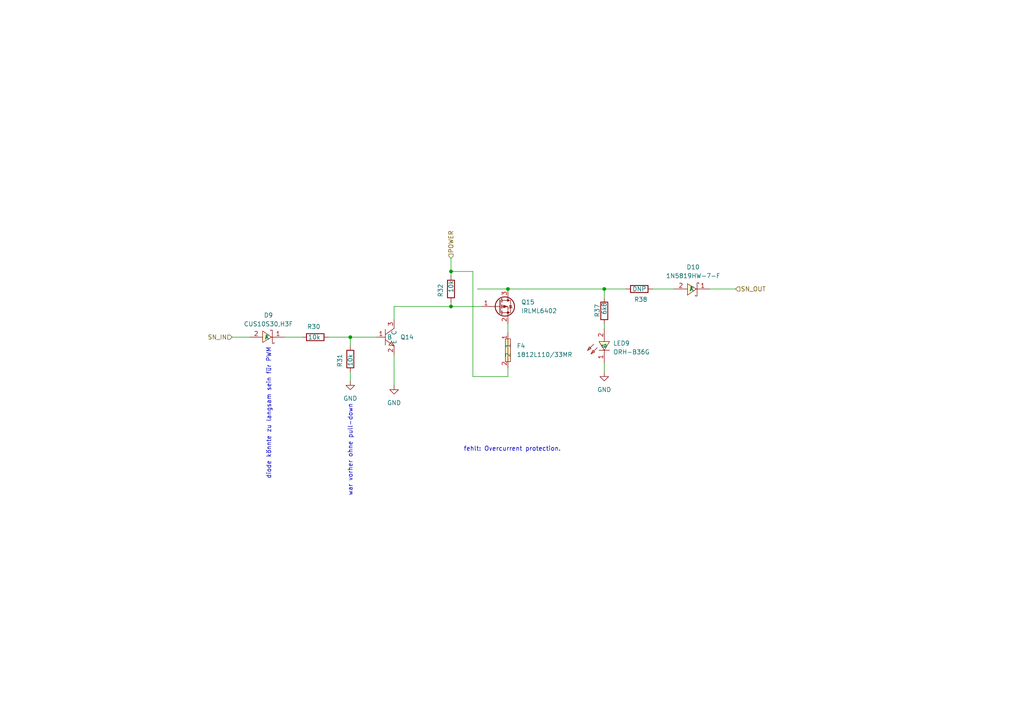
<source format=kicad_sch>
(kicad_sch (version 20250114) (generator "eeschema") (generator_version "9.0")
  (paper "A4")
  (lib_symbols
    (symbol "Device:R" (pin_numbers (hide yes)) (pin_names (offset 0))
      (property "Reference" "R" (at 2.032 0 90))
      (property "Value" "R" (at 0 0 90))
      (symbol "R_0_1"
        (rectangle (start -1.016 -2.54) (end 1.016 2.54) (stroke (width 0.254)))
      )
      (symbol "R_1_1"
        (pin passive line (at 0 3.81 270) (length 1.27) (name "~") (number "1"))
        (pin passive line (at 0 -3.81 90) (length 1.27) (name "~") (number "2"))
      )
    )
    (symbol "GND_1" (power) (pin_numbers (hide yes)) (pin_names (offset 0) (hide yes))
      (property "Value" "GND" (at 0 -3.81 0))
      (symbol "GND_1_0_1"
        (polyline (pts (xy 0 0) (xy 0 -1.27) (xy 1.27 -1.27) (xy 0 -2.54) (xy -1.27 -1.27) (xy 0 -1.27)))
      )
      (symbol "GND_1_1_1"
        (pin power_in line (at 0 0 270) (length 0) (name "~") (number "1"))
      )
    )
    (symbol "Transistor_FET:IRLML6402" (pin_names (hide yes))
      (property "Reference" "Q" (at 5.08 1.905 0))
      (property "Value" "IRLML6402" (at 5.08 0 0))
      (symbol "IRLML6402_0_1"
        (polyline (pts (xy 0.254 1.905) (xy 0.254 -1.905)) (stroke (width 0.254)))
        (polyline (pts (xy 0.254 0) (xy -2.54 0)))
        (polyline (pts (xy 0.762 2.286) (xy 0.762 1.27)) (stroke (width 0.254)))
        (polyline (pts (xy 0.762 1.778) (xy 3.302 1.778) (xy 3.302 -1.778) (xy 0.762 -1.778)))
        (polyline (pts (xy 0.762 0.508) (xy 0.762 -0.508)) (stroke (width 0.254)))
        (polyline (pts (xy 0.762 -1.27) (xy 0.762 -2.286)) (stroke (width 0.254)))
        (circle (center 1.651 0) (radius 2.794) (stroke (width 0.254)))
        (polyline (pts (xy 2.286 0) (xy 1.27 0.381) (xy 1.27 -0.381) (xy 2.286 0)) (fill (type outline)))
        (polyline (pts (xy 2.54 2.54) (xy 2.54 1.778)))
        (circle (center 2.54 1.778) (radius 0.254) (fill (type outline)))
        (circle (center 2.54 -1.778) (radius 0.254) (fill (type outline)))
        (polyline (pts (xy 2.54 -2.54) (xy 2.54 0) (xy 0.762 0)))
        (polyline (pts (xy 2.794 -0.508) (xy 2.921 -0.381) (xy 3.683 -0.381) (xy 3.81 -0.254)))
        (polyline (pts (xy 3.302 -0.381) (xy 2.921 0.254) (xy 3.683 0.254) (xy 3.302 -0.381)))
      )
      (symbol "IRLML6402_1_1"
        (pin input line (at -5.08 0 0) (length 2.54) (name "G") (number "1"))
        (pin passive line (at 2.54 5.08 270) (length 2.54) (name "D") (number "3"))
        (pin passive line (at 2.54 -5.08 90) (length 2.54) (name "S") (number "2"))
      )
    )
    (symbol "lcsc:1812L110_33MR"
      (property "Reference" "F" (at 0 5.08 0))
      (property "Value" "1812L110/33MR" (at 0 -5.08 0))
      (symbol "1812L110_33MR_0_1"
        (rectangle (start -3.3 0.76) (end 3.3 -0.76) (fill (type background)))
        (polyline (pts (xy -2.54 0) (xy 2.54 0)))
        (pin unspecified line (at -5.08 0 0) (length 2.54) (name "1") (number "1"))
        (pin unspecified line (at 5.08 0 180) (length 2.54) (name "2") (number "2"))
      )
    )
    (symbol "lcsc:1N5819HW-7-F"
      (property "Reference" "D" (at 0 5.08 0))
      (property "Value" "1N5819HW-7-F" (at 0 -5.08 0))
      (symbol "1N5819HW-7-F_0_1"
        (polyline (pts (xy -2.03 -1.52) (xy -2.03 -1.78) (xy -1.52 -1.78) (xy -1.52 2.03) (xy -1.02 2.03) (xy -1.02 1.78)))
        (polyline (pts (xy 1.27 -1.52) (xy -1.27 0) (xy 1.27 1.78) (xy 1.27 -1.52)) (fill (type background)))
        (pin unspecified line (at -5.08 0 0) (length 3.81) (name "K") (number "1"))
        (pin unspecified line (at 5.08 0 180) (length 3.81) (name "A") (number "2"))
      )
    )
    (symbol "lcsc:2SC1623300-400"
      (property "Reference" "Q" (at 0 10.16 0))
      (property "Value" "2SC1623 300-400" (at 0 -10.16 0))
      (symbol "2SC1623300-400_0_1"
        (polyline (pts (xy 0 2.29) (xy 0 -2.29)))
        (polyline (pts (xy 0 -0.76) (xy 2.54 -2.54)))
        (polyline (pts (xy 2.54 2.54) (xy 0 0.76)))
        (polyline (pts (xy 2.54 -2.54) (xy 1.78 -1.27) (xy 1.02 -2.29) (xy 2.54 -2.54)) (fill (type background)))
        (pin unspecified line (at -2.54 0 0) (length 2.54) (name "B") (number "1"))
        (pin unspecified line (at 2.54 5.08 270) (length 2.54) (name "C") (number "3"))
        (pin unspecified line (at 2.54 -5.08 90) (length 2.54) (name "E") (number "2"))
      )
    )
    (symbol "lcsc:CUS10S30,H3F"
      (property "Reference" "D" (at 0 5.08 0))
      (property "Value" "CUS10S30,H3F" (at 0 -5.08 0))
      (symbol "CUS10S30,H3F_0_1"
        (polyline (pts (xy -2.03 1.52) (xy -2.03 1.78) (xy -1.52 1.78) (xy -1.52 -2.03) (xy -1.02 -2.03) (xy -1.02 -1.78)))
        (polyline (pts (xy 1.27 1.52) (xy -1.27 0) (xy 1.27 -1.78) (xy 1.27 1.52)) (fill (type background)))
        (pin unspecified line (at -5.08 0 0) (length 3.81) (name "K") (number "1"))
        (pin unspecified line (at 5.08 0 180) (length 3.81) (name "A") (number "2"))
      )
    )
    (symbol "lcsc:ORH-B36G"
      (property "Reference" "LED" (at 0 2.54 0))
      (property "Value" "ORH-B36G" (at 0 -7.62 0))
      (symbol "ORH-B36G_0_1"
        (polyline (pts (xy -2.29 1.27) (xy -1.27 0.76) (xy -1.78 0.25) (xy -2.29 1.27)) (fill (type background)))
        (polyline (pts (xy -1.27 2.29) (xy -0.25 1.78) (xy -0.76 1.27) (xy -1.27 2.29)) (fill (type background)))
        (polyline (pts (xy -1.27 -1.02) (xy -1.27 -4.06)))
        (polyline (pts (xy -0.51 -0.51) (xy -2.29 1.27)))
        (polyline (pts (xy 0.51 0.51) (xy -1.27 2.29)))
        (polyline (pts (xy 1.27 -4.06) (xy -1.27 -2.54) (xy 1.27 -1.02) (xy 1.27 -4.06)) (fill (type background)))
        (pin input line (at -5.08 -2.54 0) (length 3.81) (name "C") (number "1"))
        (pin input line (at 5.08 -2.54 180) (length 3.81) (name "A") (number "2"))
      )
    )
  )
  (text "diode könnte zu langsam sein für PWM" (at 77.978 119.888 90) (effects (font (size 1.27 1.27))))
  (text "fehlt: Overcurrent protection." (at 148.59 130.302 0) (effects (font (size 1.27 1.27))))
  (text "war vorher ohne pull-down" (at 101.6 130.556 90) (effects (font (size 1.27 1.27))))
  (junction (at 175.26 83.82))
  (junction (at 130.81 78.74))
  (junction (at 130.81 88.9))
  (junction (at 147.32 83.82))
  (junction (at 101.6 97.79))
  (wire (pts (xy 130.81 88.9) (xy 139.7 88.9)))
  (wire (pts (xy 114.3 88.9) (xy 130.81 88.9)))
  (wire (pts (xy 82.55 97.79) (xy 87.63 97.79)))
  (wire (pts (xy 101.6 97.79) (xy 109.22 97.79)))
  (wire (pts (xy 175.26 95.25) (xy 175.26 93.98)))
  (wire (pts (xy 95.25 97.79) (xy 101.6 97.79)))
  (wire (pts (xy 147.32 93.98) (xy 147.32 96.52)))
  (wire (pts (xy 138.43 83.82) (xy 147.32 83.82)))
  (wire (pts (xy 101.6 100.33) (xy 101.6 97.79)))
  (wire (pts (xy 101.6 110.49) (xy 101.6 107.95)))
  (wire (pts (xy 189.23 83.82) (xy 195.58 83.82)))
  (wire (pts (xy 175.26 83.82) (xy 181.61 83.82)))
  (wire (pts (xy 205.74 83.82) (xy 213.36 83.82)))
  (wire (pts (xy 67.31 97.79) (xy 72.39 97.79)))
  (wire (pts (xy 130.81 78.74) (xy 137.16 78.74)))
  (wire (pts (xy 137.16 109.22) (xy 147.32 109.22)))
  (wire (pts (xy 130.81 74.93) (xy 130.81 78.74)))
  (wire (pts (xy 175.26 107.95) (xy 175.26 105.41)))
  (wire (pts (xy 175.26 86.36) (xy 175.26 83.82)))
  (wire (pts (xy 130.81 87.63) (xy 130.81 88.9)))
  (wire (pts (xy 114.3 102.87) (xy 114.3 111.76)))
  (wire (pts (xy 147.32 83.82) (xy 175.26 83.82)))
  (wire (pts (xy 137.16 109.22) (xy 137.16 78.74)))
  (wire (pts (xy 130.81 78.74) (xy 130.81 80.01)))
  (wire (pts (xy 114.3 92.71) (xy 114.3 88.9)))
  (wire (pts (xy 147.32 106.68) (xy 147.32 109.22)))
  (hierarchical_label "SN_OUT" (shape input) (at 213.36 83.82 0))
  (hierarchical_label "SN_IN" (shape input) (at 67.31 97.79 180))
  (hierarchical_label "POWER" (shape input) (at 130.81 74.93 90))
  (symbol (lib_id "lcsc:ORH-B36G") (at 172.72 100.33 90) (unit 1)
    (property "Reference" "LED6" (at 177.8 99.5699 90) (effects (justify right)))
    (property "Value" "ORH-B36G" (at 177.8 102.1099 90) (effects (justify right)))
    (property "Footprint" "lcsc:LED0603-RD" (effects (hide yes)))
    (property "Datasheet" "https://lcsc.com/product-detail/Others_Orient-ORH-B36G_C193191.html" (effects (hide yes)))
    (property "LCSC Part" "C193191" (effects (hide yes)))
    (instances (project "espio" (path "" (reference "LED9") (unit 1)) (path "" (reference "LED6") (unit 1)) (path "" (reference "LED8") (unit 1)) (path "" (reference "LED7") (unit 1))))
  )
  (symbol (lib_id "Device:R") (at 175.26 90.17 180) (unit 1)
    (property "Reference" "R6" (at 173.228 88.138 90) (effects (justify left)))
    (property "Value" "6k8" (at 175.26 87.63 90) (effects (justify left)))
    (property "Footprint" "Resistor_SMD:R_0603_1608Metric" (effects (hide yes)))
    (instances (project "espio" (path "" (reference "R37") (unit 1)) (path "" (reference "R6") (unit 1)) (path "" (reference "R20") (unit 1)) (path "" (reference "R11") (unit 1))))
  )
  (symbol (lib_id "Device:R") (at 185.42 83.82 270) (unit 1)
    (property "Reference" "R7" (at 183.896 86.868 90) (effects (justify left)))
    (property "Value" "DNP" (at 183.388 83.82 90) (effects (justify left)))
    (property "Footprint" "Resistor_THT:R_Axial_DIN0207_L6.3mm_D2.5mm_P7.62mm_Horizontal" (effects (hide yes)))
    (instances (project "espio" (path "" (reference "R38") (unit 1)) (path "" (reference "R7") (unit 1)) (path "" (reference "R29") (unit 1)) (path "" (reference "R13") (unit 1))))
  )
  (symbol (lib_name "GND_1") (lib_id "power:GND") (at 175.26 107.95 0) (unit 1)
    (property "Reference" "#PWR05" (effects (hide yes)))
    (property "Value" "GND" (at 175.26 113.03 0))
    (property "Description" "Power symbol creates a global label with name \"GND\" , ground" (effects (hide yes)))
    (instances (project "espio" (path "" (reference "#PWR023") (unit 1)) (path "" (reference "#PWR05") (unit 1)) (path "" (reference "#PWR020") (unit 1)) (path "" (reference "#PWR010") (unit 1))))
  )
  (symbol (lib_id "lcsc:2SC1623300-400") (at 111.76 97.79 0) (unit 1)
    (property "Reference" "Q2" (at 116.078 97.79 0) (effects (justify left)))
    (property "Value" "2SC1623 300-400" (effects (hide yes)))
    (property "Footprint" "lcsc:SOT-23-3_L2.9-W1.3-P1.90-LS2.4-BR" (effects (hide yes)))
    (property "Datasheet" "https://lcsc.com/product-detail/Transistors-NPN-PNP_2SC1623_C2133.html" (effects (hide yes)))
    (property "LCSC Part" "C2133" (effects (hide yes)))
    (instances (project "espio" (path "" (reference "Q14") (unit 1)) (path "" (reference "Q2") (unit 1)) (path "" (reference "Q9") (unit 1)) (path "" (reference "Q6") (unit 1))))
  )
  (symbol (lib_name "GND_1") (lib_id "power:GND") (at 114.3 111.76 0) (unit 1)
    (property "Reference" "#PWR03" (effects (hide yes)))
    (property "Value" "GND" (at 114.3 116.84 0))
    (property "Description" "Power symbol creates a global label with name \"GND\" , ground" (effects (hide yes)))
    (instances (project "espio" (path "" (reference "#PWR022") (unit 1)) (path "" (reference "#PWR03") (unit 1)) (path "" (reference "#PWR017") (unit 1)) (path "" (reference "#PWR09") (unit 1))))
  )
  (symbol (lib_id "Transistor_FET:IRLML6402") (at 144.78 88.9 0) (unit 1)
    (property "Reference" "Q4" (at 151.13 87.6299 0) (effects (justify left)))
    (property "Value" "IRLML6402" (at 151.13 90.1699 0) (effects (justify left)))
    (property "Footprint" "Package_TO_SOT_SMD:SOT-23" (effects (hide yes)))
    (property "Datasheet" "https://www.infineon.com/dgdl/irlml6402pbf.pdf?fileId=5546d462533600a401535668d5c2263c" (effects (hide yes)))
    (property "Description" "-3.7A Id, -20V Vds, 65mOhm Rds, P-Channel HEXFET Power MOSFET, SOT-23" (effects (hide yes)))
    (instances (project "espio" (path "" (reference "Q15") (unit 1)) (path "" (reference "Q4") (unit 1)) (path "" (reference "Q11") (unit 1)) (path "" (reference "Q8") (unit 1))))
  )
  (symbol (lib_id "lcsc:CUS10S30,H3F") (at 77.47 97.79 180) (unit 1)
    (property "Reference" "D1" (at 77.85 91.44 0))
    (property "Value" "CUS10S30,H3F" (at 77.85 93.98 0))
    (property "Footprint" "lcsc:SOD-323_L1.8-W1.3-LS2.5-RD" (effects (hide yes)))
    (property "Datasheet" "https://lcsc.com/product-detail/Schottky-Barrier-Diodes-SBD_TOSHIBA_CUS10S30-H3F_CUS10S30-H3F_C146335.html" (effects (hide yes)))
    (property "LCSC Part" "C146335" (effects (hide yes)))
    (instances (project "espio" (path "" (reference "D9") (unit 1)) (path "" (reference "D1") (unit 1)) (path "" (reference "D7") (unit 1)) (path "" (reference "D4") (unit 1))))
  )
  (symbol (lib_id "lcsc:1N5819HW-7-F") (at 200.66 83.82 180) (unit 1)
    (property "Reference" "D3" (at 201.04 77.47 0))
    (property "Value" "1N5819HW-7-F" (at 201.04 80.01 0))
    (property "Footprint" "lcsc:SOD-123_L2.7-W1.6-LS3.7-RD" (effects (hide yes)))
    (property "Datasheet" "https://lcsc.com/product-detail/Schottky-Barrier-Diodes-SBD_DIODES_1N5819HW-7-F_1N5819HW-7-F_C82544.html" (effects (hide yes)))
    (property "LCSC Part" "C82544" (effects (hide yes)))
    (instances (project "espio" (path "" (reference "D10") (unit 1)) (path "" (reference "D3") (unit 1)) (path "" (reference "D8") (unit 1)) (path "" (reference "D5") (unit 1))))
  )
  (symbol (lib_id "Device:R") (at 91.44 97.79 90) (unit 1)
    (property "Reference" "R1" (at 92.964 94.742 90) (effects (justify left)))
    (property "Value" "10k" (at 92.964 97.79 90) (effects (justify left)))
    (property "Footprint" "Resistor_SMD:R_0603_1608Metric" (effects (hide yes)))
    (instances (project "espio" (path "" (reference "R30") (unit 1)) (path "" (reference "R1") (unit 1)) (path "" (reference "R16") (unit 1)) (path "" (reference "R8") (unit 1))))
  )
  (symbol (lib_id "Device:R") (at 101.6 104.14 180) (unit 1)
    (property "Reference" "R4" (at 98.552 102.616 90) (effects (justify left)))
    (property "Value" "10k" (at 101.6 102.616 90) (effects (justify left)))
    (property "Footprint" "Resistor_SMD:R_0603_1608Metric" (effects (hide yes)))
    (instances (project "espio" (path "" (reference "R31") (unit 1)) (path "" (reference "R4") (unit 1)) (path "" (reference "R18") (unit 1)) (path "" (reference "R9") (unit 1))))
  )
  (symbol (lib_id "lcsc:1812L110_33MR") (at 147.32 101.6 270) (unit 1)
    (property "Reference" "F1" (at 149.86 100.3299 90) (effects (justify left)))
    (property "Value" "1812L110/33MR" (at 149.86 102.8699 90) (effects (justify left)))
    (property "Footprint" "lcsc:F1812" (effects (hide yes)))
    (property "Datasheet" "https://lcsc.com/product-detail/Surface-Mount-Fuses_Littelfuse_1812L110-33MR_1-1A-33V-Self-recovery_C142747.html" (effects (hide yes)))
    (property "LCSC Part" "C142747" (effects (hide yes)))
    (instances (project "espio" (path "" (reference "F4") (unit 1)) (path "" (reference "F1") (unit 1)) (path "" (reference "F3") (unit 1)) (path "" (reference "F2") (unit 1))))
  )
  (symbol (lib_id "Device:R") (at 130.81 83.82 180) (unit 1)
    (property "Reference" "R5" (at 127.762 82.296 90) (effects (justify left)))
    (property "Value" "10k" (at 130.81 81.28 90) (effects (justify left)))
    (property "Footprint" "Resistor_SMD:R_0603_1608Metric" (effects (hide yes)))
    (instances (project "espio" (path "" (reference "R32") (unit 1)) (path "" (reference "R5") (unit 1)) (path "" (reference "R19") (unit 1)) (path "" (reference "R10") (unit 1))))
  )
  (symbol (lib_name "GND_1") (lib_id "power:GND") (at 101.6 110.49 0) (unit 1)
    (property "Reference" "#PWR01" (effects (hide yes)))
    (property "Value" "GND" (at 101.6 115.57 0))
    (property "Description" "Power symbol creates a global label with name \"GND\" , ground" (effects (hide yes)))
    (instances (project "espio" (path "" (reference "#PWR021") (unit 1)) (path "" (reference "#PWR01") (unit 1)) (path "" (reference "#PWR016") (unit 1)) (path "" (reference "#PWR07") (unit 1))))
  )
)
</source>
